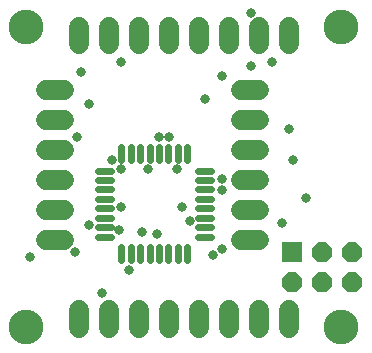
<source format=gts>
G75*
%MOIN*%
%OFA0B0*%
%FSLAX25Y25*%
%IPPOS*%
%LPD*%
%AMOC8*
5,1,8,0,0,1.08239X$1,22.5*
%
%ADD10C,0.11600*%
%ADD11C,0.02198*%
%ADD12OC8,0.06600*%
%ADD13R,0.06600X0.06600*%
%ADD14C,0.06600*%
%ADD15C,0.06506*%
%ADD16C,0.03300*%
D10*
X0011840Y0013000D03*
X0011840Y0113000D03*
X0116840Y0113000D03*
X0116840Y0013000D03*
D11*
X0073407Y0043154D02*
X0069099Y0043154D01*
X0069099Y0046303D02*
X0073407Y0046303D01*
X0073407Y0049453D02*
X0069099Y0049453D01*
X0069099Y0052602D02*
X0073407Y0052602D01*
X0073407Y0055752D02*
X0069099Y0055752D01*
X0069099Y0058902D02*
X0073407Y0058902D01*
X0073407Y0062051D02*
X0069099Y0062051D01*
X0069099Y0065201D02*
X0073407Y0065201D01*
X0065545Y0068755D02*
X0065545Y0073063D01*
X0062395Y0073063D02*
X0062395Y0068755D01*
X0059245Y0068755D02*
X0059245Y0073063D01*
X0056096Y0073063D02*
X0056096Y0068755D01*
X0052946Y0068755D02*
X0052946Y0073063D01*
X0049797Y0073063D02*
X0049797Y0068755D01*
X0046647Y0068755D02*
X0046647Y0073063D01*
X0043497Y0073063D02*
X0043497Y0068755D01*
X0039943Y0065201D02*
X0035635Y0065201D01*
X0035635Y0062051D02*
X0039943Y0062051D01*
X0039943Y0058902D02*
X0035635Y0058902D01*
X0035635Y0055752D02*
X0039943Y0055752D01*
X0039943Y0052602D02*
X0035635Y0052602D01*
X0035635Y0049453D02*
X0039943Y0049453D01*
X0039943Y0046303D02*
X0035635Y0046303D01*
X0035635Y0043154D02*
X0039943Y0043154D01*
X0043497Y0039599D02*
X0043497Y0035291D01*
X0046647Y0035291D02*
X0046647Y0039599D01*
X0049797Y0039599D02*
X0049797Y0035291D01*
X0052946Y0035291D02*
X0052946Y0039599D01*
X0056096Y0039599D02*
X0056096Y0035291D01*
X0059245Y0035291D02*
X0059245Y0039599D01*
X0062395Y0039599D02*
X0062395Y0035291D01*
X0065545Y0035291D02*
X0065545Y0039599D01*
D12*
X0100540Y0027900D03*
X0110540Y0027900D03*
X0120540Y0027900D03*
X0120540Y0037900D03*
X0110540Y0037900D03*
D13*
X0100540Y0037900D03*
D14*
X0089340Y0041900D02*
X0083340Y0041900D01*
X0083340Y0051900D02*
X0089340Y0051900D01*
X0089340Y0061900D02*
X0083340Y0061900D01*
X0083340Y0071900D02*
X0089340Y0071900D01*
X0089340Y0081900D02*
X0083340Y0081900D01*
X0083340Y0091900D02*
X0089340Y0091900D01*
X0024340Y0091900D02*
X0018340Y0091900D01*
X0018340Y0081900D02*
X0024340Y0081900D01*
X0024340Y0071900D02*
X0018340Y0071900D01*
X0018340Y0061900D02*
X0024340Y0061900D01*
X0024340Y0051900D02*
X0018340Y0051900D01*
X0018340Y0041900D02*
X0024340Y0041900D01*
D15*
X0029340Y0018653D02*
X0029340Y0012747D01*
X0039340Y0012747D02*
X0039340Y0018653D01*
X0049340Y0018653D02*
X0049340Y0012747D01*
X0059340Y0012747D02*
X0059340Y0018653D01*
X0069340Y0018653D02*
X0069340Y0012747D01*
X0079340Y0012747D02*
X0079340Y0018653D01*
X0089340Y0018653D02*
X0089340Y0012747D01*
X0099340Y0012747D02*
X0099340Y0018653D01*
X0099340Y0107247D02*
X0099340Y0113153D01*
X0089340Y0113153D02*
X0089340Y0107247D01*
X0079340Y0107247D02*
X0079340Y0113153D01*
X0069340Y0113153D02*
X0069340Y0107247D01*
X0059340Y0107247D02*
X0059340Y0113153D01*
X0049340Y0113153D02*
X0049340Y0107247D01*
X0039340Y0107247D02*
X0039340Y0113153D01*
X0029340Y0113153D02*
X0029340Y0107247D01*
D16*
X0030040Y0098000D03*
X0032840Y0087500D03*
X0028640Y0076300D03*
X0040540Y0068600D03*
X0043340Y0065800D03*
X0052440Y0065800D03*
X0062240Y0065800D03*
X0059440Y0076300D03*
X0055940Y0076300D03*
X0071340Y0088900D03*
X0076940Y0096600D03*
X0086740Y0100100D03*
X0093740Y0101500D03*
X0086740Y0117600D03*
X0099340Y0079100D03*
X0100740Y0068600D03*
X0104940Y0056000D03*
X0097240Y0047600D03*
X0076940Y0039200D03*
X0074140Y0037100D03*
X0066440Y0048300D03*
X0063640Y0053200D03*
X0055340Y0044000D03*
X0050340Y0044800D03*
X0042640Y0045500D03*
X0043340Y0053200D03*
X0032840Y0046900D03*
X0028040Y0037900D03*
X0037040Y0024500D03*
X0046140Y0032200D03*
X0076940Y0058800D03*
X0076940Y0062300D03*
X0043340Y0101500D03*
X0013240Y0036400D03*
M02*

</source>
